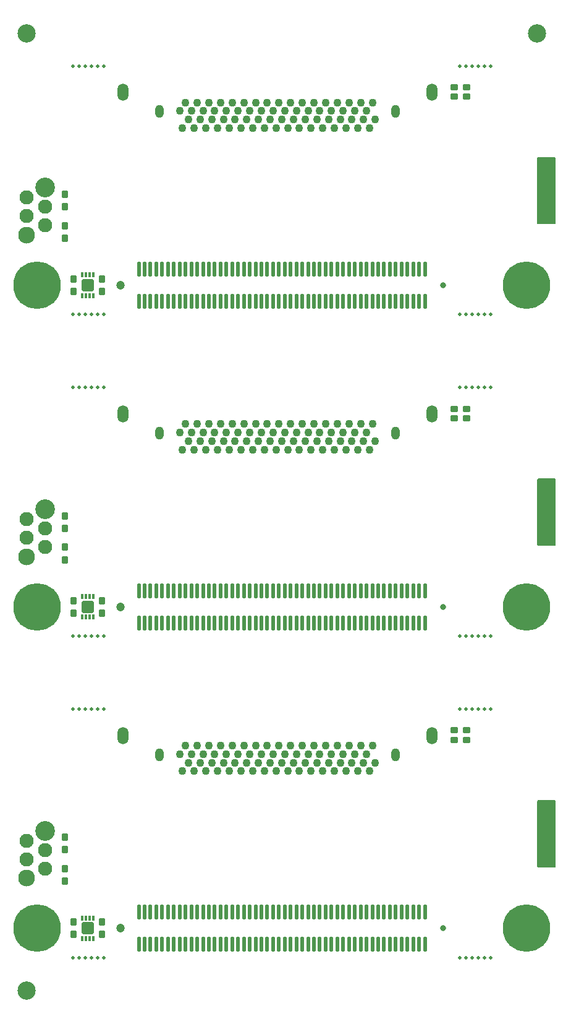
<source format=gts>
G04 #@! TF.GenerationSoftware,KiCad,Pcbnew,8.0.6*
G04 #@! TF.CreationDate,2024-11-07T02:27:12-08:00*
G04 #@! TF.ProjectId,hvd-68-vhdci-panel,6876642d-3638-42d7-9668-6463692d7061,1*
G04 #@! TF.SameCoordinates,Original*
G04 #@! TF.FileFunction,Soldermask,Top*
G04 #@! TF.FilePolarity,Negative*
%FSLAX46Y46*%
G04 Gerber Fmt 4.6, Leading zero omitted, Abs format (unit mm)*
G04 Created by KiCad (PCBNEW 8.0.6) date 2024-11-07 02:27:12*
%MOMM*%
%LPD*%
G01*
G04 APERTURE LIST*
G04 Aperture macros list*
%AMRoundRect*
0 Rectangle with rounded corners*
0 $1 Rounding radius*
0 $2 $3 $4 $5 $6 $7 $8 $9 X,Y pos of 4 corners*
0 Add a 4 corners polygon primitive as box body*
4,1,4,$2,$3,$4,$5,$6,$7,$8,$9,$2,$3,0*
0 Add four circle primitives for the rounded corners*
1,1,$1+$1,$2,$3*
1,1,$1+$1,$4,$5*
1,1,$1+$1,$6,$7*
1,1,$1+$1,$8,$9*
0 Add four rect primitives between the rounded corners*
20,1,$1+$1,$2,$3,$4,$5,0*
20,1,$1+$1,$4,$5,$6,$7,0*
20,1,$1+$1,$6,$7,$8,$9,0*
20,1,$1+$1,$8,$9,$2,$3,0*%
G04 Aperture macros list end*
%ADD10C,0.500000*%
%ADD11RoundRect,0.225000X0.275000X0.225000X-0.275000X0.225000X-0.275000X-0.225000X0.275000X-0.225000X0*%
%ADD12C,2.500000*%
%ADD13RoundRect,0.225000X0.225000X-0.275000X0.225000X0.275000X-0.225000X0.275000X-0.225000X-0.275000X0*%
%ADD14C,2.300000*%
%ADD15C,2.700000*%
%ADD16C,1.950000*%
%ADD17C,6.500000*%
%ADD18RoundRect,0.062500X0.137500X-0.287500X0.137500X0.287500X-0.137500X0.287500X-0.137500X-0.287500X0*%
%ADD19RoundRect,0.265625X0.584375X-0.584375X0.584375X0.584375X-0.584375X0.584375X-0.584375X-0.584375X0*%
%ADD20RoundRect,0.225000X-0.275000X-0.225000X0.275000X-0.225000X0.275000X0.225000X-0.275000X0.225000X0*%
%ADD21C,1.100000*%
%ADD22O,1.500000X2.350000*%
%ADD23O,1.200000X1.800000*%
%ADD24RoundRect,0.225000X-0.225000X0.275000X-0.225000X-0.275000X0.225000X-0.275000X0.225000X0.275000X0*%
%ADD25C,0.800000*%
%ADD26C,1.200000*%
%ADD27RoundRect,0.125000X0.125000X0.925000X-0.125000X0.925000X-0.125000X-0.925000X0.125000X-0.925000X0*%
G04 APERTURE END LIST*
D10*
G04 #@! TO.C,KiKit_MB_12_2*
X-62739400Y7002000D03*
G04 #@! TD*
G04 #@! TO.C,KiKit_MB_6_5*
X-62739400Y85002000D03*
G04 #@! TD*
G04 #@! TO.C,KiKit_MB_5_3*
X-10579801Y51002000D03*
G04 #@! TD*
G04 #@! TO.C,KiKit_MB_3_1*
X-13101000Y129002000D03*
G04 #@! TD*
D11*
G04 #@! TO.C,R4*
X-12150000Y80802000D03*
X-13850000Y80802000D03*
G04 #@! TD*
D10*
G04 #@! TO.C,KiKit_MB_8_2*
X-62739400Y51002000D03*
G04 #@! TD*
G04 #@! TO.C,KiKit_MB_8_4*
X-64420199Y51002000D03*
G04 #@! TD*
G04 #@! TO.C,KiKit_MB_7_5*
X-9739401Y85002000D03*
G04 #@! TD*
G04 #@! TO.C,KiKit_MB_8_3*
X-63579800Y51002000D03*
G04 #@! TD*
G04 #@! TO.C,KiKit_MB_6_2*
X-65260599Y85002000D03*
G04 #@! TD*
G04 #@! TO.C,KiKit_MB_3_5*
X-9739401Y129002000D03*
G04 #@! TD*
D12*
G04 #@! TO.C,KiKit_FID_T_3*
X-72500000Y2500000D03*
G04 #@! TD*
D13*
G04 #@! TO.C,C1*
X-66050000Y54152000D03*
X-66050000Y55852000D03*
G04 #@! TD*
D10*
G04 #@! TO.C,KiKit_MB_7_4*
X-10579801Y85002000D03*
G04 #@! TD*
G04 #@! TO.C,KiKit_MB_12_5*
X-65260599Y7002000D03*
G04 #@! TD*
G04 #@! TO.C,KiKit_MB_6_4*
X-63579800Y85002000D03*
G04 #@! TD*
G04 #@! TO.C,KiKit_MB_6_6*
X-61899000Y85002000D03*
G04 #@! TD*
D14*
G04 #@! TO.C,J3*
X-72440000Y17872000D03*
D15*
X-69900000Y24342000D03*
D16*
X-72440000Y23012000D03*
X-69900000Y21742000D03*
X-72440000Y20472000D03*
X-69900000Y19202000D03*
G04 #@! TD*
D11*
G04 #@! TO.C,R4*
X-12150000Y36802000D03*
X-13850000Y36802000D03*
G04 #@! TD*
D17*
G04 #@! TO.C,H3*
X-71000000Y11002000D03*
G04 #@! TD*
D18*
G04 #@! TO.C,U1*
X-64850001Y9602000D03*
X-64350000Y9602000D03*
X-63850000Y9602000D03*
X-63349999Y9602000D03*
X-63349999Y12402000D03*
X-63850000Y12402000D03*
X-64350000Y12402000D03*
X-64850001Y12402000D03*
D19*
X-64100000Y11002000D03*
G04 #@! TD*
D10*
G04 #@! TO.C,KiKit_MB_4_4*
X-64420199Y95002000D03*
G04 #@! TD*
G04 #@! TO.C,KiKit_MB_9_6*
X-13101000Y7002000D03*
G04 #@! TD*
D12*
G04 #@! TO.C,KiKit_FID_T_2*
X-2500000Y133503500D03*
G04 #@! TD*
D10*
G04 #@! TO.C,KiKit_MB_1_2*
X-9739401Y95002000D03*
G04 #@! TD*
D17*
G04 #@! TO.C,H3*
X-71000000Y99002000D03*
G04 #@! TD*
D18*
G04 #@! TO.C,U1*
X-64850001Y53602000D03*
X-64350000Y53602000D03*
X-63850000Y53602000D03*
X-63349999Y53602000D03*
X-63349999Y56402000D03*
X-63850000Y56402000D03*
X-64350000Y56402000D03*
X-64850001Y56402000D03*
D19*
X-64100000Y55002000D03*
G04 #@! TD*
D10*
G04 #@! TO.C,KiKit_MB_12_3*
X-63579800Y7002000D03*
G04 #@! TD*
D12*
G04 #@! TO.C,KiKit_FID_T_1*
X-72500000Y133503500D03*
G04 #@! TD*
D10*
G04 #@! TO.C,KiKit_MB_10_3*
X-64420199Y41002000D03*
G04 #@! TD*
G04 #@! TO.C,KiKit_MB_7_3*
X-11420200Y85002000D03*
G04 #@! TD*
G04 #@! TO.C,KiKit_MB_11_2*
X-12260600Y41002000D03*
G04 #@! TD*
D20*
G04 #@! TO.C,C2*
X-13850000Y38102000D03*
X-12150000Y38102000D03*
G04 #@! TD*
D10*
G04 #@! TO.C,KiKit_MB_10_4*
X-63579800Y41002000D03*
G04 #@! TD*
D14*
G04 #@! TO.C,J3*
X-72440000Y105872000D03*
D15*
X-69900000Y112342000D03*
D16*
X-72440000Y111012000D03*
X-69900000Y109742000D03*
X-72440000Y108472000D03*
X-69900000Y107202000D03*
G04 #@! TD*
D10*
G04 #@! TO.C,KiKit_MB_7_1*
X-13101000Y85002000D03*
G04 #@! TD*
D13*
G04 #@! TO.C,C1*
X-66050000Y10152000D03*
X-66050000Y11852000D03*
G04 #@! TD*
D20*
G04 #@! TO.C,C2*
X-13850000Y82102000D03*
X-12150000Y82102000D03*
G04 #@! TD*
D10*
G04 #@! TO.C,KiKit_MB_3_3*
X-11420200Y129002000D03*
G04 #@! TD*
G04 #@! TO.C,KiKit_MB_2_4*
X-63579800Y129002000D03*
G04 #@! TD*
G04 #@! TO.C,KiKit_MB_12_4*
X-64420199Y7002000D03*
G04 #@! TD*
G04 #@! TO.C,KiKit_MB_7_6*
X-8899001Y85002000D03*
G04 #@! TD*
G04 #@! TO.C,KiKit_MB_4_3*
X-63579800Y95002000D03*
G04 #@! TD*
D11*
G04 #@! TO.C,R4*
X-12150000Y124802000D03*
X-13850000Y124802000D03*
G04 #@! TD*
D14*
G04 #@! TO.C,J3*
X-72440000Y61872000D03*
D15*
X-69900000Y68342000D03*
D16*
X-72440000Y67012000D03*
X-69900000Y65742000D03*
X-72440000Y64472000D03*
X-69900000Y63202000D03*
G04 #@! TD*
D21*
G04 #@! TO.C,J4*
X-51100000Y32517000D03*
X-50300000Y33667000D03*
X-49500000Y32517000D03*
X-48700000Y33667000D03*
X-47900000Y32517000D03*
X-47100000Y33667000D03*
X-46300000Y32517000D03*
X-45500000Y33667000D03*
X-44700000Y32517000D03*
X-43900000Y33667000D03*
X-43100000Y32517000D03*
X-42300000Y33667000D03*
X-41500000Y32517000D03*
X-40700000Y33667000D03*
X-39900000Y32517000D03*
X-39100000Y33667000D03*
X-38300000Y32517000D03*
X-37500000Y33667000D03*
X-36700000Y32517000D03*
X-35900000Y33667000D03*
X-35100000Y32517000D03*
X-34300000Y33667000D03*
X-33500000Y32517000D03*
X-32700000Y33667000D03*
X-31900000Y32517000D03*
X-31100000Y33667000D03*
X-30300000Y32517000D03*
X-29500000Y33667000D03*
X-28700000Y32517000D03*
X-27900000Y33667000D03*
X-27100000Y32517000D03*
X-26300000Y33667000D03*
X-25500000Y32517000D03*
X-24700000Y33667000D03*
X-51500000Y34867000D03*
X-50700000Y36017000D03*
X-49900000Y34867000D03*
X-49100000Y36017000D03*
X-48300000Y34867000D03*
X-47500000Y36017000D03*
X-46700000Y34867000D03*
X-45900000Y36017000D03*
X-45100000Y34867000D03*
X-44300000Y36017000D03*
X-43500000Y34867000D03*
X-42700000Y36017000D03*
X-41900000Y34867000D03*
X-41100000Y36017000D03*
X-40300000Y34867000D03*
X-39500000Y36017000D03*
X-38700000Y34867000D03*
X-37900000Y36017000D03*
X-37100000Y34867000D03*
X-36300000Y36017000D03*
X-35500000Y34867000D03*
X-34700000Y36017000D03*
X-33900000Y34867000D03*
X-33100000Y36017000D03*
X-32300000Y34867000D03*
X-31500000Y36017000D03*
X-30700000Y34867000D03*
X-29900000Y36017000D03*
X-29100000Y34867000D03*
X-28300000Y36017000D03*
X-27500000Y34867000D03*
X-26700000Y36017000D03*
X-25900000Y34867000D03*
X-25100000Y36017000D03*
D22*
X-16950000Y37397000D03*
D23*
X-21925000Y34767000D03*
X-54275000Y34767000D03*
D22*
X-59250000Y37397000D03*
G04 #@! TD*
D18*
G04 #@! TO.C,U1*
X-64850001Y97602000D03*
X-64350000Y97602000D03*
X-63850000Y97602000D03*
X-63349999Y97602000D03*
X-63349999Y100402000D03*
X-63850000Y100402000D03*
X-64350000Y100402000D03*
X-64850001Y100402000D03*
D19*
X-64100000Y99002000D03*
G04 #@! TD*
D10*
G04 #@! TO.C,KiKit_MB_10_2*
X-65260599Y41002000D03*
G04 #@! TD*
G04 #@! TO.C,KiKit_MB_2_2*
X-65260599Y129002000D03*
G04 #@! TD*
G04 #@! TO.C,KiKit_MB_9_3*
X-10579801Y7002000D03*
G04 #@! TD*
G04 #@! TO.C,KiKit_MB_1_4*
X-11420200Y95002000D03*
G04 #@! TD*
D13*
G04 #@! TO.C,R3*
X-67200000Y17452000D03*
X-67200000Y19152000D03*
G04 #@! TD*
D10*
G04 #@! TO.C,KiKit_MB_5_1*
X-8899001Y51002000D03*
G04 #@! TD*
D17*
G04 #@! TO.C,H3*
X-71000000Y55002000D03*
G04 #@! TD*
D13*
G04 #@! TO.C,R1*
X-62150000Y54152000D03*
X-62150000Y55852000D03*
G04 #@! TD*
D10*
G04 #@! TO.C,KiKit_MB_5_4*
X-11420200Y51002000D03*
G04 #@! TD*
G04 #@! TO.C,KiKit_MB_11_6*
X-8899001Y41002000D03*
G04 #@! TD*
G04 #@! TO.C,KiKit_MB_9_4*
X-11420200Y7002000D03*
G04 #@! TD*
G04 #@! TO.C,KiKit_MB_4_1*
X-61899000Y95002000D03*
G04 #@! TD*
D24*
G04 #@! TO.C,R2*
X-67200000Y111452000D03*
X-67200000Y109752000D03*
G04 #@! TD*
D10*
G04 #@! TO.C,KiKit_MB_3_6*
X-8899001Y129002000D03*
G04 #@! TD*
D25*
G04 #@! TO.C,J1*
X-15400000Y99002000D03*
D26*
X-59600000Y99002000D03*
D27*
X-57100000Y96802000D03*
X-57100000Y101202000D03*
X-56300000Y96802001D03*
X-56300000Y101201999D03*
X-55500000Y96802000D03*
X-55500000Y101202000D03*
X-54700001Y96802000D03*
X-54700001Y101202000D03*
X-53900000Y96802000D03*
X-53900000Y101202000D03*
X-53100000Y96802000D03*
X-53100000Y101202000D03*
X-52299999Y96802000D03*
X-52299999Y101202000D03*
X-51500000Y96802000D03*
X-51500000Y101202000D03*
X-50700000Y96802001D03*
X-50700000Y101201999D03*
X-49900000Y96802000D03*
X-49900000Y101202000D03*
X-49100000Y96802000D03*
X-49100000Y101202000D03*
X-48300000Y96802000D03*
X-48300000Y101202000D03*
X-47500000Y96802000D03*
X-47500000Y101202000D03*
X-46699999Y96802000D03*
X-46699999Y101202000D03*
X-45900000Y96802000D03*
X-45900000Y101202000D03*
X-45100000Y96802001D03*
X-45100000Y101201999D03*
X-44300000Y96802000D03*
X-44300000Y101202000D03*
X-43500000Y96802000D03*
X-43500000Y101202000D03*
X-42700000Y96802000D03*
X-42700000Y101202000D03*
X-41900000Y96802000D03*
X-41900000Y101202000D03*
X-41099999Y96802000D03*
X-41099999Y101202000D03*
X-40300000Y96802000D03*
X-40300000Y101202000D03*
X-39500000Y96802001D03*
X-39500000Y101201999D03*
X-38700000Y96802000D03*
X-38700000Y101202000D03*
X-37900000Y96802000D03*
X-37900000Y101202000D03*
X-37100000Y96802000D03*
X-37100000Y101202000D03*
X-36300000Y96802000D03*
X-36300000Y101202000D03*
X-35500000Y96802001D03*
X-35500000Y101201999D03*
X-34700000Y96802000D03*
X-34700000Y101202000D03*
X-33900001Y96802000D03*
X-33900001Y101202000D03*
X-33100000Y96802000D03*
X-33100000Y101202000D03*
X-32300000Y96802000D03*
X-32300000Y101202000D03*
X-31500000Y96802000D03*
X-31500000Y101202000D03*
X-30700000Y96802000D03*
X-30700000Y101202000D03*
X-29900000Y96802001D03*
X-29900000Y101201999D03*
X-29100000Y96802000D03*
X-29100000Y101202000D03*
X-28300001Y96802000D03*
X-28300001Y101202000D03*
X-27500000Y96802000D03*
X-27500000Y101202000D03*
X-26700000Y96802000D03*
X-26700000Y101202000D03*
X-25900000Y96802000D03*
X-25900000Y101202000D03*
X-25100000Y96802000D03*
X-25100000Y101202000D03*
X-24300000Y96802001D03*
X-24300000Y101201999D03*
X-23500000Y96802000D03*
X-23500000Y101202000D03*
X-22700001Y96802000D03*
X-22700001Y101202000D03*
X-21900000Y96802000D03*
X-21900000Y101202000D03*
X-21100000Y96802000D03*
X-21100000Y101202000D03*
X-20299999Y96802000D03*
X-20299999Y101202000D03*
X-19500000Y96802000D03*
X-19500000Y101202000D03*
X-18700000Y96802001D03*
X-18700000Y101201999D03*
X-17900000Y96802000D03*
X-17900000Y101202000D03*
G04 #@! TD*
D17*
G04 #@! TO.C,H4*
X-4000000Y11002000D03*
G04 #@! TD*
G04 #@! TO.C,H4*
X-4000000Y99002000D03*
G04 #@! TD*
D10*
G04 #@! TO.C,KiKit_MB_2_6*
X-61899000Y129002000D03*
G04 #@! TD*
G04 #@! TO.C,KiKit_MB_4_2*
X-62739400Y95002000D03*
G04 #@! TD*
D13*
G04 #@! TO.C,R1*
X-62150000Y98152000D03*
X-62150000Y99852000D03*
G04 #@! TD*
G04 #@! TO.C,R1*
X-62150000Y10152000D03*
X-62150000Y11852000D03*
G04 #@! TD*
D10*
G04 #@! TO.C,KiKit_MB_10_1*
X-66100999Y41002000D03*
G04 #@! TD*
D25*
G04 #@! TO.C,J1*
X-15400000Y55002000D03*
D26*
X-59600000Y55002000D03*
D27*
X-57100000Y52802000D03*
X-57100000Y57202000D03*
X-56300000Y52802001D03*
X-56300000Y57201999D03*
X-55500000Y52802000D03*
X-55500000Y57202000D03*
X-54700001Y52802000D03*
X-54700001Y57202000D03*
X-53900000Y52802000D03*
X-53900000Y57202000D03*
X-53100000Y52802000D03*
X-53100000Y57202000D03*
X-52299999Y52802000D03*
X-52299999Y57202000D03*
X-51500000Y52802000D03*
X-51500000Y57202000D03*
X-50700000Y52802001D03*
X-50700000Y57201999D03*
X-49900000Y52802000D03*
X-49900000Y57202000D03*
X-49100000Y52802000D03*
X-49100000Y57202000D03*
X-48300000Y52802000D03*
X-48300000Y57202000D03*
X-47500000Y52802000D03*
X-47500000Y57202000D03*
X-46699999Y52802000D03*
X-46699999Y57202000D03*
X-45900000Y52802000D03*
X-45900000Y57202000D03*
X-45100000Y52802001D03*
X-45100000Y57201999D03*
X-44300000Y52802000D03*
X-44300000Y57202000D03*
X-43500000Y52802000D03*
X-43500000Y57202000D03*
X-42700000Y52802000D03*
X-42700000Y57202000D03*
X-41900000Y52802000D03*
X-41900000Y57202000D03*
X-41099999Y52802000D03*
X-41099999Y57202000D03*
X-40300000Y52802000D03*
X-40300000Y57202000D03*
X-39500000Y52802001D03*
X-39500000Y57201999D03*
X-38700000Y52802000D03*
X-38700000Y57202000D03*
X-37900000Y52802000D03*
X-37900000Y57202000D03*
X-37100000Y52802000D03*
X-37100000Y57202000D03*
X-36300000Y52802000D03*
X-36300000Y57202000D03*
X-35500000Y52802001D03*
X-35500000Y57201999D03*
X-34700000Y52802000D03*
X-34700000Y57202000D03*
X-33900001Y52802000D03*
X-33900001Y57202000D03*
X-33100000Y52802000D03*
X-33100000Y57202000D03*
X-32300000Y52802000D03*
X-32300000Y57202000D03*
X-31500000Y52802000D03*
X-31500000Y57202000D03*
X-30700000Y52802000D03*
X-30700000Y57202000D03*
X-29900000Y52802001D03*
X-29900000Y57201999D03*
X-29100000Y52802000D03*
X-29100000Y57202000D03*
X-28300001Y52802000D03*
X-28300001Y57202000D03*
X-27500000Y52802000D03*
X-27500000Y57202000D03*
X-26700000Y52802000D03*
X-26700000Y57202000D03*
X-25900000Y52802000D03*
X-25900000Y57202000D03*
X-25100000Y52802000D03*
X-25100000Y57202000D03*
X-24300000Y52802001D03*
X-24300000Y57201999D03*
X-23500000Y52802000D03*
X-23500000Y57202000D03*
X-22700001Y52802000D03*
X-22700001Y57202000D03*
X-21900000Y52802000D03*
X-21900000Y57202000D03*
X-21100000Y52802000D03*
X-21100000Y57202000D03*
X-20299999Y52802000D03*
X-20299999Y57202000D03*
X-19500000Y52802000D03*
X-19500000Y57202000D03*
X-18700000Y52802001D03*
X-18700000Y57201999D03*
X-17900000Y52802000D03*
X-17900000Y57202000D03*
G04 #@! TD*
D10*
G04 #@! TO.C,KiKit_MB_11_1*
X-13101000Y41002000D03*
G04 #@! TD*
D17*
G04 #@! TO.C,H4*
X-4000000Y55002000D03*
G04 #@! TD*
D10*
G04 #@! TO.C,KiKit_MB_8_1*
X-61899000Y51002000D03*
G04 #@! TD*
G04 #@! TO.C,KiKit_MB_10_5*
X-62739400Y41002000D03*
G04 #@! TD*
D21*
G04 #@! TO.C,J4*
X-51100000Y120517000D03*
X-50300000Y121667000D03*
X-49500000Y120517000D03*
X-48700000Y121667000D03*
X-47900000Y120517000D03*
X-47100000Y121667000D03*
X-46300000Y120517000D03*
X-45500000Y121667000D03*
X-44700000Y120517000D03*
X-43900000Y121667000D03*
X-43100000Y120517000D03*
X-42300000Y121667000D03*
X-41500000Y120517000D03*
X-40700000Y121667000D03*
X-39900000Y120517000D03*
X-39100000Y121667000D03*
X-38300000Y120517000D03*
X-37500000Y121667000D03*
X-36700000Y120517000D03*
X-35900000Y121667000D03*
X-35100000Y120517000D03*
X-34300000Y121667000D03*
X-33500000Y120517000D03*
X-32700000Y121667000D03*
X-31900000Y120517000D03*
X-31100000Y121667000D03*
X-30300000Y120517000D03*
X-29500000Y121667000D03*
X-28700000Y120517000D03*
X-27900000Y121667000D03*
X-27100000Y120517000D03*
X-26300000Y121667000D03*
X-25500000Y120517000D03*
X-24700000Y121667000D03*
X-51500000Y122867000D03*
X-50700000Y124017000D03*
X-49900000Y122867000D03*
X-49100000Y124017000D03*
X-48300000Y122867000D03*
X-47500000Y124017000D03*
X-46700000Y122867000D03*
X-45900000Y124017000D03*
X-45100000Y122867000D03*
X-44300000Y124017000D03*
X-43500000Y122867000D03*
X-42700000Y124017000D03*
X-41900000Y122867000D03*
X-41100000Y124017000D03*
X-40300000Y122867000D03*
X-39500000Y124017000D03*
X-38700000Y122867000D03*
X-37900000Y124017000D03*
X-37100000Y122867000D03*
X-36300000Y124017000D03*
X-35500000Y122867000D03*
X-34700000Y124017000D03*
X-33900000Y122867000D03*
X-33100000Y124017000D03*
X-32300000Y122867000D03*
X-31500000Y124017000D03*
X-30700000Y122867000D03*
X-29900000Y124017000D03*
X-29100000Y122867000D03*
X-28300000Y124017000D03*
X-27500000Y122867000D03*
X-26700000Y124017000D03*
X-25900000Y122867000D03*
X-25100000Y124017000D03*
D22*
X-16950000Y125397000D03*
D23*
X-21925000Y122767000D03*
X-54275000Y122767000D03*
D22*
X-59250000Y125397000D03*
G04 #@! TD*
D10*
G04 #@! TO.C,KiKit_MB_8_5*
X-65260599Y51002000D03*
G04 #@! TD*
G04 #@! TO.C,KiKit_MB_2_3*
X-64420199Y129002000D03*
G04 #@! TD*
G04 #@! TO.C,KiKit_MB_6_1*
X-66100999Y85002000D03*
G04 #@! TD*
D21*
G04 #@! TO.C,J4*
X-51100000Y76517000D03*
X-50300000Y77667000D03*
X-49500000Y76517000D03*
X-48700000Y77667000D03*
X-47900000Y76517000D03*
X-47100000Y77667000D03*
X-46300000Y76517000D03*
X-45500000Y77667000D03*
X-44700000Y76517000D03*
X-43900000Y77667000D03*
X-43100000Y76517000D03*
X-42300000Y77667000D03*
X-41500000Y76517000D03*
X-40700000Y77667000D03*
X-39900000Y76517000D03*
X-39100000Y77667000D03*
X-38300000Y76517000D03*
X-37500000Y77667000D03*
X-36700000Y76517000D03*
X-35900000Y77667000D03*
X-35100000Y76517000D03*
X-34300000Y77667000D03*
X-33500000Y76517000D03*
X-32700000Y77667000D03*
X-31900000Y76517000D03*
X-31100000Y77667000D03*
X-30300000Y76517000D03*
X-29500000Y77667000D03*
X-28700000Y76517000D03*
X-27900000Y77667000D03*
X-27100000Y76517000D03*
X-26300000Y77667000D03*
X-25500000Y76517000D03*
X-24700000Y77667000D03*
X-51500000Y78867000D03*
X-50700000Y80017000D03*
X-49900000Y78867000D03*
X-49100000Y80017000D03*
X-48300000Y78867000D03*
X-47500000Y80017000D03*
X-46700000Y78867000D03*
X-45900000Y80017000D03*
X-45100000Y78867000D03*
X-44300000Y80017000D03*
X-43500000Y78867000D03*
X-42700000Y80017000D03*
X-41900000Y78867000D03*
X-41100000Y80017000D03*
X-40300000Y78867000D03*
X-39500000Y80017000D03*
X-38700000Y78867000D03*
X-37900000Y80017000D03*
X-37100000Y78867000D03*
X-36300000Y80017000D03*
X-35500000Y78867000D03*
X-34700000Y80017000D03*
X-33900000Y78867000D03*
X-33100000Y80017000D03*
X-32300000Y78867000D03*
X-31500000Y80017000D03*
X-30700000Y78867000D03*
X-29900000Y80017000D03*
X-29100000Y78867000D03*
X-28300000Y80017000D03*
X-27500000Y78867000D03*
X-26700000Y80017000D03*
X-25900000Y78867000D03*
X-25100000Y80017000D03*
D22*
X-16950000Y81397000D03*
D23*
X-21925000Y78767000D03*
X-54275000Y78767000D03*
D22*
X-59250000Y81397000D03*
G04 #@! TD*
D10*
G04 #@! TO.C,KiKit_MB_10_6*
X-61899000Y41002000D03*
G04 #@! TD*
G04 #@! TO.C,KiKit_MB_9_2*
X-9739401Y7002000D03*
G04 #@! TD*
G04 #@! TO.C,KiKit_MB_11_4*
X-10579801Y41002000D03*
G04 #@! TD*
G04 #@! TO.C,KiKit_MB_5_5*
X-12260600Y51002000D03*
G04 #@! TD*
G04 #@! TO.C,KiKit_MB_7_2*
X-12260600Y85002000D03*
G04 #@! TD*
G04 #@! TO.C,KiKit_MB_11_3*
X-11420200Y41002000D03*
G04 #@! TD*
D13*
G04 #@! TO.C,C1*
X-66050000Y98152000D03*
X-66050000Y99852000D03*
G04 #@! TD*
D10*
G04 #@! TO.C,KiKit_MB_9_1*
X-8899001Y7002000D03*
G04 #@! TD*
G04 #@! TO.C,KiKit_MB_11_5*
X-9739401Y41002000D03*
G04 #@! TD*
D24*
G04 #@! TO.C,R2*
X-67200000Y23452000D03*
X-67200000Y21752000D03*
G04 #@! TD*
D10*
G04 #@! TO.C,KiKit_MB_1_3*
X-10579801Y95002000D03*
G04 #@! TD*
G04 #@! TO.C,KiKit_MB_1_1*
X-8899001Y95002000D03*
G04 #@! TD*
D13*
G04 #@! TO.C,R3*
X-67200000Y105452000D03*
X-67200000Y107152000D03*
G04 #@! TD*
G04 #@! TO.C,R3*
X-67200000Y61452000D03*
X-67200000Y63152000D03*
G04 #@! TD*
D10*
G04 #@! TO.C,KiKit_MB_6_3*
X-64420199Y85002000D03*
G04 #@! TD*
D25*
G04 #@! TO.C,J1*
X-15400000Y11002000D03*
D26*
X-59600000Y11002000D03*
D27*
X-57100000Y8802000D03*
X-57100000Y13202000D03*
X-56300000Y8802001D03*
X-56300000Y13201999D03*
X-55500000Y8802000D03*
X-55500000Y13202000D03*
X-54700001Y8802000D03*
X-54700001Y13202000D03*
X-53900000Y8802000D03*
X-53900000Y13202000D03*
X-53100000Y8802000D03*
X-53100000Y13202000D03*
X-52299999Y8802000D03*
X-52299999Y13202000D03*
X-51500000Y8802000D03*
X-51500000Y13202000D03*
X-50700000Y8802001D03*
X-50700000Y13201999D03*
X-49900000Y8802000D03*
X-49900000Y13202000D03*
X-49100000Y8802000D03*
X-49100000Y13202000D03*
X-48300000Y8802000D03*
X-48300000Y13202000D03*
X-47500000Y8802000D03*
X-47500000Y13202000D03*
X-46699999Y8802000D03*
X-46699999Y13202000D03*
X-45900000Y8802000D03*
X-45900000Y13202000D03*
X-45100000Y8802001D03*
X-45100000Y13201999D03*
X-44300000Y8802000D03*
X-44300000Y13202000D03*
X-43500000Y8802000D03*
X-43500000Y13202000D03*
X-42700000Y8802000D03*
X-42700000Y13202000D03*
X-41900000Y8802000D03*
X-41900000Y13202000D03*
X-41099999Y8802000D03*
X-41099999Y13202000D03*
X-40300000Y8802000D03*
X-40300000Y13202000D03*
X-39500000Y8802001D03*
X-39500000Y13201999D03*
X-38700000Y8802000D03*
X-38700000Y13202000D03*
X-37900000Y8802000D03*
X-37900000Y13202000D03*
X-37100000Y8802000D03*
X-37100000Y13202000D03*
X-36300000Y8802000D03*
X-36300000Y13202000D03*
X-35500000Y8802001D03*
X-35500000Y13201999D03*
X-34700000Y8802000D03*
X-34700000Y13202000D03*
X-33900001Y8802000D03*
X-33900001Y13202000D03*
X-33100000Y8802000D03*
X-33100000Y13202000D03*
X-32300000Y8802000D03*
X-32300000Y13202000D03*
X-31500000Y8802000D03*
X-31500000Y13202000D03*
X-30700000Y8802000D03*
X-30700000Y13202000D03*
X-29900000Y8802001D03*
X-29900000Y13201999D03*
X-29100000Y8802000D03*
X-29100000Y13202000D03*
X-28300001Y8802000D03*
X-28300001Y13202000D03*
X-27500000Y8802000D03*
X-27500000Y13202000D03*
X-26700000Y8802000D03*
X-26700000Y13202000D03*
X-25900000Y8802000D03*
X-25900000Y13202000D03*
X-25100000Y8802000D03*
X-25100000Y13202000D03*
X-24300000Y8802001D03*
X-24300000Y13201999D03*
X-23500000Y8802000D03*
X-23500000Y13202000D03*
X-22700001Y8802000D03*
X-22700001Y13202000D03*
X-21900000Y8802000D03*
X-21900000Y13202000D03*
X-21100000Y8802000D03*
X-21100000Y13202000D03*
X-20299999Y8802000D03*
X-20299999Y13202000D03*
X-19500000Y8802000D03*
X-19500000Y13202000D03*
X-18700000Y8802001D03*
X-18700000Y13201999D03*
X-17900000Y8802000D03*
X-17900000Y13202000D03*
G04 #@! TD*
D10*
G04 #@! TO.C,KiKit_MB_1_6*
X-13101000Y95002000D03*
G04 #@! TD*
G04 #@! TO.C,KiKit_MB_5_6*
X-13101000Y51002000D03*
G04 #@! TD*
G04 #@! TO.C,KiKit_MB_2_5*
X-62739400Y129002000D03*
G04 #@! TD*
G04 #@! TO.C,KiKit_MB_2_1*
X-66100999Y129002000D03*
G04 #@! TD*
D20*
G04 #@! TO.C,C2*
X-13850000Y126102000D03*
X-12150000Y126102000D03*
G04 #@! TD*
D10*
G04 #@! TO.C,KiKit_MB_4_5*
X-65260599Y95002000D03*
G04 #@! TD*
G04 #@! TO.C,KiKit_MB_12_6*
X-66100999Y7002000D03*
G04 #@! TD*
D24*
G04 #@! TO.C,R2*
X-67200000Y67452000D03*
X-67200000Y65752000D03*
G04 #@! TD*
D10*
G04 #@! TO.C,KiKit_MB_12_1*
X-61899000Y7002000D03*
G04 #@! TD*
G04 #@! TO.C,KiKit_MB_8_6*
X-66100999Y51002000D03*
G04 #@! TD*
G04 #@! TO.C,KiKit_MB_5_2*
X-9739401Y51002000D03*
G04 #@! TD*
G04 #@! TO.C,KiKit_MB_4_6*
X-66100999Y95002000D03*
G04 #@! TD*
G04 #@! TO.C,KiKit_MB_3_2*
X-12260600Y129002000D03*
G04 #@! TD*
G04 #@! TO.C,KiKit_MB_9_5*
X-12260600Y7002000D03*
G04 #@! TD*
G04 #@! TO.C,KiKit_MB_3_4*
X-10579801Y129002000D03*
G04 #@! TD*
G04 #@! TO.C,KiKit_MB_1_5*
X-12260600Y95002000D03*
G04 #@! TD*
G36*
X-56961Y72532315D02*
G01*
X-11206Y72479511D01*
X0Y72428000D01*
X0Y63476000D01*
X-19685Y63408961D01*
X-72489Y63363206D01*
X-124000Y63352000D01*
X-2376000Y63352000D01*
X-2443039Y63371685D01*
X-2488794Y63424489D01*
X-2500000Y63476000D01*
X-2500000Y72428000D01*
X-2480315Y72495039D01*
X-2427511Y72540794D01*
X-2376000Y72552000D01*
X-124000Y72552000D01*
X-56961Y72532315D01*
G37*
G36*
X-56961Y116532315D02*
G01*
X-11206Y116479511D01*
X0Y116428000D01*
X0Y107476000D01*
X-19685Y107408961D01*
X-72489Y107363206D01*
X-124000Y107352000D01*
X-2376000Y107352000D01*
X-2443039Y107371685D01*
X-2488794Y107424489D01*
X-2500000Y107476000D01*
X-2500000Y116428000D01*
X-2480315Y116495039D01*
X-2427511Y116540794D01*
X-2376000Y116552000D01*
X-124000Y116552000D01*
X-56961Y116532315D01*
G37*
G36*
X-56961Y28532315D02*
G01*
X-11206Y28479511D01*
X0Y28428000D01*
X0Y19476000D01*
X-19685Y19408961D01*
X-72489Y19363206D01*
X-124000Y19352000D01*
X-2376000Y19352000D01*
X-2443039Y19371685D01*
X-2488794Y19424489D01*
X-2500000Y19476000D01*
X-2500000Y28428000D01*
X-2480315Y28495039D01*
X-2427511Y28540794D01*
X-2376000Y28552000D01*
X-124000Y28552000D01*
X-56961Y28532315D01*
G37*
M02*

</source>
